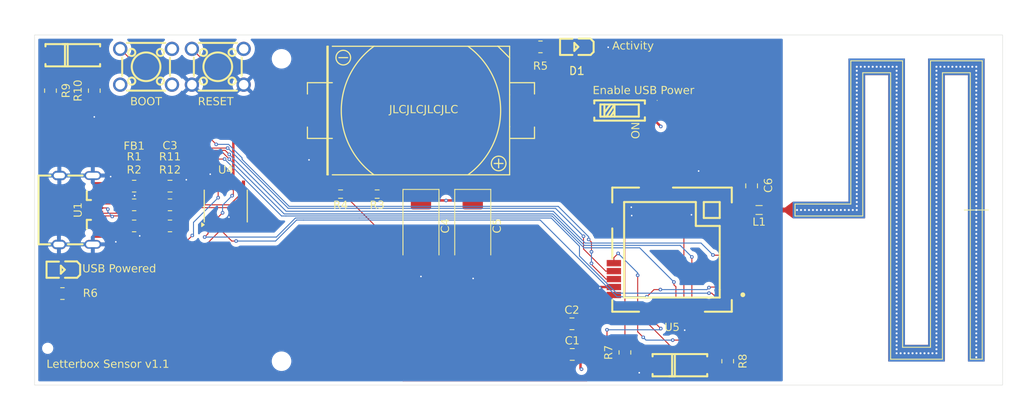
<source format=kicad_pcb>
(kicad_pcb (version 20240108) (generator "pcbnew") (generator_version "8.0")
  (layers (0 "F.Cu" signal) (1 "In1.Cu" signal) (2 "In2.Cu" signal) (31 "B.Cu" signal) (34 "B.Paste" user) (35 "F.Paste" user) (36 "B.SilkS" user "B.Silkscreen") (37 "F.SilkS" user "F.Silkscreen") (38 "B.Mask" user) (39 "F.Mask" user) (44 "Edge.Cuts" user))
  (net 0 "")
  (net 1 "+3V3")
  (net 2 "GND")
  (net 3 "FTDVCC")
  (net 4 "Net-(D1-A)")
  (net 5 "CBUS1")
  (net 6 "Net-(D2-A)")
  (net 7 "Net-(FB1-Pad1)")
  (net 8 "CC1")
  (net 9 "CC2")
  (net 10 "ADC3")
  (net 11 "GPIO5")
  (net 12 "3V3USB")
  (net 13 "GPIO3")
  (net 14 "Net-(U2-LED_A)")
  (net 15 "ADC4")
  (net 16 "Net-(U3-LED_A)")
  (net 17 "GPIO1")
  (net 18 "ADC2")
  (net 19 "Net-(U4-USBDM)")
  (net 20 "DN")
  (net 21 "DP")
  (net 22 "Net-(U4-USBDP)")
  (net 23 "BOOT")
  (net 24 "RESET")
  (net 27 "GPIO4")
  (net 28 "GPIO2")
  (net 33 "TX")
  (net 35 "RX")
  (net 36 "Net-(AE1-A)")
  (net 37 "ANT")
  (footprint "MountingHole:MountingHole_2.2mm_M2_ISO7380" (layer "F.Cu") (at 102 46)
    (property "Reference" "H1" (hide yes))
    (property "Value" "MountingHole")
  )
  (footprint "Resistor_SMD:R_0805_2012Metric_Pad1.20x1.40mm_HandSolder" (layer "F.Cu") (at 78.5 50 -90)
    (property "Reference" "R10")
    (property "Value" "1M")
  )
  (footprint "footprints:ToolingHole_JLCSMT" (layer "F.Cu") (at 190.73 44.2)
    (property "Reference" "H5" (hide yes))
    (property "Value" "ToolingHole")
  )
  (footprint "footprints:ToolingHole_JLCSMT" (layer "F.Cu") (at 72.65 82.38)
    (property "Reference" "H6" (hide yes))
    (property "Value" "ToolingHole")
  )
  (footprint "Resistor_SMD:R_0805_2012Metric_Pad1.20x1.40mm_HandSolder" (layer "F.Cu") (at 88 67)
    (property "Reference" "R12")
    (property "Value" "22")
  )
  (footprint "Resistor_SMD:R_0805_2012Metric_Pad1.20x1.40mm_HandSolder" (layer "F.Cu") (at 134.5 44.5)
    (property "Reference" "R5")
    (property "Value" "220")
  )
  (footprint "Resistor_SMD:R_0805_2012Metric_Pad1.20x1.40mm_HandSolder" (layer "F.Cu") (at 73 50 90)
    (property "Reference" "R9")
    (property "Value" "33")
  )
  (footprint "Capacitor_SMD:C_0805_2012Metric_Pad1.18x1.45mm_HandSolder" (layer "F.Cu") (at 138.4875 83.15)
    (property "Reference" "C1")
    (property "Value" "100n")
  )
  (footprint "Capacitor_SMD:C_0805_2012Metric_Pad1.18x1.45mm_HandSolder" (layer "F.Cu") (at 88 62 180)
    (property "Reference" "C3")
    (property "Value" "100n")
  )
  (footprint "Capacitor_Tantalum_SMD:CP_EIA-7343-43_Kemet-X_Pad2.25x2.55mm_HandSolder" (layer "F.Cu") (at 119.5 67 -90)
    (property "Reference" "C4")
    (property "Value" "470u")
  )
  (footprint "footprints:USB-C-SMD_TYPE-C-USB-17" (layer "F.Cu") (at 76.5115 65 -90)
    (property "Reference" "U1")
    (property "Value" "USB_UPLINK")
  )
  (footprint "footprints:SW-TH_4P-L6.0-W6.0-P4.50-LS6.5" (layer "F.Cu") (at 94 47)
    (property "Reference" "SW2" (hide yes))
    (property "Value" "Reset")
  )
  (footprint "Resistor_SMD:R_0603_1608Metric_Pad0.98x0.95mm_HandSolder" (layer "F.Cu") (at 114 63 180)
    (property "Reference" "R3")
    (property "Value" "10M")
  )
  (footprint "Resistor_SMD:R_0805_2012Metric_Pad1.20x1.40mm_HandSolder" (layer "F.Cu") (at 83.5 64.35)
    (property "Reference" "R1")
    (property "Value" "5.1k")
  )
  (footprint "footprints:LED0805-R-RD" (layer "F.Cu") (at 138.949708 44.5 180)
    (property "Reference" "D1")
    (property "Value" "Activity")
  )
  (footprint "MountingHole:MountingHole_2.2mm_M2_ISO7380" (layer "F.Cu") (at 168 46)
    (property "Reference" "H3" (hide yes))
    (property "Value" "MountingHole")
  )
  (footprint "footprints:BAT-TH_CR2032-BS-6-1" (layer "F.Cu") (at 119.5 52.5)
    (property "Reference" "BT1" (hide yes))
    (property "Value" "Battery_Cell")
  )
  (footprint "Capacitor_Tantalum_SMD:CP_EIA-7343-43_Kemet-X_Pad2.25x2.55mm_HandSolder" (layer "F.Cu") (at 126 67 -90)
    (property "Reference" "C5")
    (property "Value" "470u")
  )
  (footprint "footprints:WIRELM-SMD_32P-L15.5-W15.0-P1.00" (layer "F.Cu") (at 151 70 180)
    (property "Reference" "U5")
    (property "Value" "RAK3172-9-SM-NI")
  )
  (footprint "Capacitor_SMD:C_0805_2012Metric_Pad1.18x1.45mm_HandSolder" (layer "F.Cu") (at 161 61.9625 90)
    (property "Reference" "C6")
    (property "Value" "2.7pF")
  )
  (footprint "Resistor_SMD:R_0603_1608Metric_Pad0.98x0.95mm_HandSolder" (layer "F.Cu") (at 109.4125 63 180)
    (property "Reference" "R4")
    (property "Value" "10M")
  )
  (footprint "footprints:TI-DN024-SL" (layer "F.Cu") (at 179.2 65 -90)
    (property "Reference" "AE1")
    (property "Value" "Antenna")
  )
  (footprint "Capacitor_SMD:C_0805_2012Metric_Pad1.18x1.45mm_HandSolder" (layer "F.Cu") (at 138.45 79.3)
    (property "Reference" "C2")
    (property "Value" "10u")
  )
  (footprint "footprints:OPTO-SMD_HSDL-9100-024" (layer "F.Cu") (at 152 84.5)
    (property "Reference" "U2" (hide yes))
    (property "Value" "HSDL-9100-024")
  )
  (footprint "footprints:SW-SMD_DSIC01LSGET" (layer "F.Cu") (at 144.5 52.5 -90)
    (property "Reference" "SW3" (hide yes))
    (property "Value" "USB_Power")
  )
  (footprint "Inductor_SMD:L_0805_2012Metric" (layer "F.Cu") (at 161.9375 65 180)
    (property "Reference" "L1")
    (property "Value" "1.8nH")
  )
  (footprint "footprints:SW-TH_4P-L6.0-W6.0-P4.50-LS6.5" (layer "F.Cu") (at 85 47)
    (property "Reference" "SW1" (hide yes))
    (property "Value" "Boot")
  )
  (footprint "MountingHole:MountingHole_2.2mm_M2_ISO7380" (layer "F.Cu") (at 102 84)
    (property "Reference" "H2" (hide yes))
    (property "Value" "MountingHole")
  )
  (footprint "Resistor_SMD:R_0805_2012Metric_Pad1.20x1.40mm_HandSolder" (layer "F.Cu") (at 158 84 90)
    (property "Reference" "R8")
    (property "Value" "1M")
  )
  (footprint "Resistor_SMD:R_0805_2012Metric_Pad1.20x1.40mm_HandSolder" (layer "F.Cu") (at 83.5 62)
    (property "Reference" "FB1")
    (property "Value" "FerriteBead")
  )
  (footprint "footprints:LED0805-R-RD" (layer "F.Cu") (at 74.5 72.5 180)
    (property "Reference" "D2" (hide yes))
    (property "Value" "USB Power")
  )
  (footprint "MountingHole:MountingHole_2.2mm_M2_ISO7380" (layer "F.Cu") (at 168 84)
    (property "Reference" "H4" (hide yes))
    (property "Value" "MountingHole")
  )
  (footprint "Resistor_SMD:R_0805_2012Metric_Pad1.20x1.40mm_HandSolder" (layer "F.Cu") (at 88 64.35)
    (property "Reference" "R11")
    (property "Value" "22")
  )
  (footprint "Resistor_SMD:R_0805_2012Metric_Pad1.20x1.40mm_HandSolder" (layer "F.Cu") (at 74.5 75.5 180)
    (property "Reference" "R6")
    (property "Value" "220")
  )
  (footprint "Resistor_SMD:R_0805_2012Metric_Pad1.20x1.40mm_HandSolder" (layer "F.Cu") (at 145.1 82.9 -90)
    (property "Reference" "R7")
    (property "Value" "33")
  )
  (footprint "Package_SO:SSOP-16_3.9x4.9mm_P0.635mm" (layer "F.Cu") (at 95 64.5 90)
    (property "Reference" "U4")
    (property "Value" "FT230XS")
  )
  (footprint "Resistor_SMD:R_0805_2012Metric_Pad1.20x1.40mm_HandSolder" (layer "F.Cu") (at 83.5 67)
    (property "Reference" "R2")
    (property "Value" "5.1k")
  )
  (footprint "footprints:OPTO-SMD_HSDL-9100-024" (layer "F.Cu") (at 75.799975 45.550038)
    (property "Reference" "U3" (hide yes))
    (property "Value" "HSDL-9100-024")
  )
  (gr_rect (start 163.05 64.8) (end 165 65.2) (stroke (width 0.2)) (fill solid) (layer "F.Cu") (net 36))
  (gr_rect (start 71 43) (end 192.5 87) (stroke (width 0.05)) (fill none) (layer "Edge.Cuts"))
  (gr_text "JLCJLCJLCJLC" (at 115.5 53 0) (layer "F.SilkS") (effects (font (size 1 1)) (justify left bottom)))
  (gr_text "USB Powered" (at 77 73 0) (layer "F.SilkS") (effects (font (size 1 1) (thickness 0.125)) (justify left bottom)))
  (gr_text "Letterbox Sensor v1.1" (at 72.5 85 0) (layer "F.SilkS") (effects (font (size 1 1)) (justify left bottom)))
  (gr_text "Activity" (at 143.5 45 0) (layer "F.SilkS") (effects (font (size 1 1)) (justify left bottom)))
  (gr_text "Enable USB Power" (at 141.05 50.6 0) (layer "F.SilkS") (effects (font (size 1 1)) (justify left bottom)))
  (gr_text "BOOT" (at 83 52 0) (layer "F.SilkS") (effects (font (size 1 1)) (justify left bottom)))
  (gr_text "RESET" (at 91.5 52 0) (layer "F.SilkS") (effects (font (size 1 1)) (justify left bottom)))
  (segment (start 139.525 79.3375) (end 139.4875 79.3) (width 0.3) (layer "F.Cu") (net 1))
  (segment (start 126 60.385065) (end 133.885065 52.5) (width 0.3) (layer "F.Cu") (net 1))
  (segment (start 148.875032 52.5) (end 148.875032 53.775032) (width 0.3) (layer "F.Cu") (net 1))
  (segment (start 139.525 83.15) (end 139.525 84.875) (width 0.3) (layer "F.Cu") (net 1))
  (segment (start 139.525 84.875) (end 139.65 85) (width 0.3) (layer "F.Cu") (net 1))
  (segment (start 118.7 63) (end 119.5 63.8) (width 0.3) (layer "F.Cu") (net 1))
  (segment (start 139.525 83.15) (end 139.525 79.3375) (width 0.3) (layer "F.Cu") (net 1))
  (segment (start 114.9125 63) (end 118.7 63) (width 0.3) (layer "F.Cu") (net 1))
  (segment (start 140.092557 79.3) (end 143.712598 75.679959) (width 0.3) (layer "F.Cu") (net 1))
  (segment (start 139.4875 79.3) (end 140.092557 79.3) (width 0.3) (layer "F.Cu") (net 1))
  (segment (start 126 63.8) (end 126 60.385065) (width 0.3) (layer "F.Cu") (net 1))
  (segment (start 119.5 63.8) (end 126 63.8) (width 0.3) (layer "F.Cu") (net 1))
  (segment (start 148.875032 53.775032) (end 149.6 54.5) (width 0.3) (layer "F.Cu") (net 1))
  (via (at 139.65 85) (size 0.45) (drill 0.2) (layers "F.Cu" "B.Cu") (net 1))
  (via (at 122.65 63.8) (size 0.45) (drill 0.2) (layers "F.Cu" "B.Cu") (net 1))
  (via (at 149.6 54.5) (size 0.45) (drill 0.2) (layers "F.Cu" "B.Cu") (net 1))
  (segment (start 80.390881 68.190881) (end 81.2 69) (width 0.3) (layer "F.Cu") (net 2))
  (segment (start 131.75 79.3) (end 126.05 73.6) (width 0.3) (layer "F.Cu") (net 2))
  (segment (start 78.963037 61.791085) (end 79.558915 61.791085) (width 0.3) (layer "F.Cu") (net 2))
  (segment (start 84.5 67) (end 84.5 67.95) (width 0.3) (layer "F.Cu") (net 2))
  (segment (start 108.5 61.75) (end 105.45 58.7) (width 0.3) (layer "F.Cu") (net 2))
  (segment (start 147.300216 85.049784) (end 146.9 85.45) (width 0.3) (layer "F.Cu") (net 2))
  (segment (start 78.963037 68.190881) (end 80.390881 68.190881) (width 0.3) (layer "F.Cu") (net 2))
  (segment (start 89.25 62) (end 90.05 61.2) (width 0.3) (layer "F.Cu") (net 2))
  (segment (start 150.5 78.422707) (end 152.177293 80.1) (width 0.3) (layer "F.Cu") (net 2))
  (segment (start 155.5 83) (end 152.6 80.1) (width 0.3) (layer "F.Cu") (net 2))
  (segment (start 143.712598 74.679959) (end 142.070041 74.679959) (width 0.3) (layer "F.Cu") (net 2))
  (segment (start 73.599822 46.099822) (end 78.5 51) (width 0.3) (layer "F.Cu") (net 2))
  (segment (start 143.712344 65.679451) (end 145.929451 65.679451) (width 0.3) (layer "F.Cu") (net 2))
  (segment (start 142.070041 74.679959) (end 141.95 74.8) (width 0.3) (layer "F.Cu") (net 2))
  (segment (start 94.6825 61.9) (end 94.6825 61.181) (width 0.3) (layer "F.Cu") (net 2))
  (segment (start 108.5 63) (end 108.5 61.75) (width 0.3) (layer "F.Cu") (net 2))
  (segment (start 84.5 64.15) (end 83.55 63.2) (width 0.3) (layer "F.Cu") (net 2))
  (segment (start 137.45 79.3375) (end 137.4125 79.3) (width 0.3) (layer "F.Cu") (net 2))
  (segment (start 153.529959 65.679959) (end 153.45 65.6) (width 0.3) (layer "F.Cu") (net 2))
  (segment (start 142.95 44.5) (end 143 44.55) (width 0.3) (layer "F.Cu") (net 2))
  (segment (start 137.4125 79.3) (end 137.45 79.3) (width 0.3) (layer "F.Cu") (net 2))
  (segment (start 94.0015 60.5) (end 93.05 60.5) (width 0.3) (layer "F.Cu") (net 2))
  (segment (start 95.3175 67.1) (end 95.3175 65.9825) (width 0.3) (layer "F.Cu") (net 2))
  (segment (start 89.0375 62) (end 89.25 62) (width 0.3) (layer "F.Cu") (net 2))
  (segment (start 84.5 67.95) (end 84.2 68.25) (width 0.3) (layer "F.Cu") (net 2))
  (segment (start 105.114935 52.5) (end 105.114935 58.364935) (width 0.3) (layer "F.Cu") (net 2))
  (segment (start 137.4125 79.3) (end 131.75 79.3) (width 0.3) (layer "F.Cu") (net 2))
  (segment (start 126 73.55) (end 126.05 73.6) (width 0.3) (layer "F.Cu") (net 2))
  (segment (start 158.287656 65.679959) (end 153.529959 65.679959) (width 0.3) (layer "F.Cu") (net 2))
  (segment (start 140 44.5) (end 142.95 44.5) (width 0.3) (layer "F.Cu") (net 2))
  (segment (start 158 83) (end 155.5 83) (width 0.3) (layer "F.Cu") (net 2))
  (segment (start 84.5 64.35) (end 84.5 64.15) (width 0.3) (layer "F.Cu") (net 2))
  (segment (start 78.5 51) (end 78.5 53.3) (width 0.3) (layer "F.Cu") (net 2))
  (segment (start 95.3175 65.9825) (end 95.4 65.9) (width 0.3) (layer "F.Cu") (net 2))
  (segment (start 149.299975 85.049784) (end 147.300216 85.049784) (width 0.3) (layer "F.Cu") (net 2))
  (segment (start 155.175 60.925) (end 154.35 60.1) (width 0.3) (layer "F.Cu") (net 2))
  (segment (start 150.5 77.568707) (end 150.5 78.422707) (width 0.3) (layer "F.Cu") (net 2))
  (segment (start 94.6825 61.181) (end 94.0015 60.5) (width 0.3) (layer "F.Cu") (net 2))
  (segment (start 119.5 70.2) (end 126 70.2) (width 0.3) (layer "F.Cu") (net 2))
  (segment (start 145.929451 65.679451) (end 145.95 65.7) (width 0.3) (layer "F.Cu") (net 2))
  (segment (start 161 60.925) (end 155.175 60.925) (width 0.3) (layer "F.Cu") (net 2))
  (segment (start 73.09995 46.099822) (end 73.599822 46.099822) (width 0.3) (layer "F.Cu") (net 2))
  (segment (start 152.177293 80.1) (end 152.6 80.1) (width 0.3) (layer "F.Cu") (net 2))
  (segment (start 126 70.2) (end 126 73.55) (width 0.3) (layer "F.Cu") (net 2))
  (segment (start 143.712598 64.679959) (end 145.870041 64.679959) (width 0.3) (layer "F.Cu") (net 2))
  (segment (start 105.114935 58.364935) (end 105.45 58.7) (width 0.3) (layer "F.Cu") (net 2))
  (segment (start 119.5 70.2) (end 119.5 73.35) (width 0.3) (layer "F.Cu") (net 2))
  (segment (start 137.45 79.3) (end 141.95 74.8) (width 0.3) (layer "F.Cu") (net 2))
  (segment (start 137.45 83.15) (end 137.45 79.3375) (width 0.3) (layer "F.Cu") (net 2))
  (segment (start 145.870041 64.679959) (end 145.9 64.65) (width 0.3) (layer "F.Cu") (net 2))
  (segment (start 79.558915 61.791085) (end 80.55 60.8) (width 0.3) (layer "F.Cu") (net 2))
  (via (at 84.2 68.25) (size 0.45) (drill 0.2) (layers "F.Cu" "B.Cu") (net 2))
  (via (at 80.55 60.8) (size 0.45) (drill 0.2) (layers "F.Cu" "B.Cu") (net 2))
  (via (at 81.2 69) (size 0.45) (drill 0.2) (layers "F.Cu" "B.Cu") (net 2))
  (via (at 105.45 58.7) (size 0.45) (drill 0.2) (layers "F.Cu" "B.Cu") (net 2))
  (via (at 126.05 73.6) (size 0.45) (drill 0.2) (layers "F.Cu" "B.Cu") (net 2))
  (via (at 78.5 53.3) (size 0.45) (drill 0.2) (layers "F.Cu" "B.Cu") (net 2))
  (via (at 143 44.55) (size 0.45) (drill 0.2) (layers "F.Cu" "B.Cu") (net 2))
  (via (at 119.5 73.35) (size 0.45) (drill 0.2) (layers "F.Cu" "B.Cu") (net 2))
  (via (at 90.05 61.2) (size 0.45) (drill 0.2) (layers "F.Cu" "B.Cu") (net 2))
  (via (at 145.95 65.7) (size 0.45) (drill 0.2) (layers "F.Cu" "B.Cu") (net 2))
  (via (at 141.95 74.8) (size 0.45) (drill 0.2) (layers "F.Cu" "B.Cu") (net 2))
  (via (at 93.05 60.5) (size 0.45) (drill 0.2) (layers "F.Cu" "B.Cu") (net 2))
  (via (at 146.9 85.45) (size 0.45) (drill 0.2) (layers "F.Cu" "B.Cu") (net 2))
  (via (at 83.55 63.2) (size 0.45) (drill 0.2) (layers "F.Cu" "B.Cu") (net 2))
  (via (at 153.45 65.6) (size 0.45) (drill 0.2) (layers "F.Cu" "B.Cu") (net 2))
  (via (at 152.6 80.1) (size 0.45) (drill 0.2) (layers "F.Cu" "B.Cu") (net 2))
  (via (at 145.9 64.65) (size 0.45) (drill 0.2) (layers "F.Cu" "B.Cu") (net 2))
  (via (at 154.35 60.1) (size 0.45) (drill 0.2) (layers "F.Cu" "B.Cu") (net 2))
  (via (at 95.4 65.9) (size 0.45) (drill 0.2) (layers "F.Cu" "B.Cu") (net 2))
  (segment (start 89.3625 59.6) (end 93.9175 59.6) (width 0.3) (layer "F.Cu") (net 3))
  (segment (start 86.9625 62) (end 89.3625 59.6) (width 0.3) (layer "F.Cu") (net 3))
  (segment (start 93.9175 59.6) (end 95.3175 61) (width 0.3) (layer "F.Cu") (net 3))
  (segment (start 95.3175 61) (end 95.3175 61.9) (width 0.3) (layer "F.Cu") (net 3))
  (segment (start 84.5 62) (end 86.9625 62) (width 0.3) (layer "F.Cu") (net 3))
  (segment (start 135.5 44.5) (end 137.899416 44.5) (width 0.127) (layer "F.Cu") (net 4))
  (segment (start 94.05 63.45) (end 94.0475 63.4475) (width 0.127) (layer "F.Cu") (net 5))
  (segment (start 75.550292 72.5) (end 86.5 72.5) (width 0.127) (layer "F.Cu") (net 5))
  (segment (start 86.5 72.5) (end 90.8 68.2) (width 0.127) (layer "F.Cu") (net 5))
  (segment (start 94.0475 63.4475) (end 94.0475 61.9) (width 0.127) (layer "F.Cu") (net 5))
  (via (at 94.05 63.45) (size 0.45) (drill 0.2) (layers "F.Cu" "B.Cu") (net 5))
  (via (at 90.8 68.2) (size 0.45) (drill 0.2) (layers "F.Cu" "B.Cu") (net 5))
  (segment (start 90.8 68.2) (end 90.95 68.05) (width 0.127) (layer "B.Cu") (net 5))
  (segment (start 90.95 68.05) (end 90.95 66.55) (width 0.127) (layer "B.Cu") (net 5))
  (segment (start 90.95 66.55) (end 94.05 63.45) (width 0.127) (layer "B.Cu") (net 5))
  (segment (start 73.5 75.5) (end 73.5 72.550292) (width 0.127) (layer "F.Cu") (net 6))
  (segment (start 73.5 72.550292) (end 73.449708 72.5) (width 0.127) (layer "F.Cu") (net 6))
  (segment (start 78.036037 62.814935) (end 78.26004 62.590932) (width 0.3) (layer "F.Cu") (net 7))
  (segment (start 78.036037 67.168046) (end 78.036037 62.814935) (width 0.3) (layer "F.Cu") (net 7))
  (segment (start 78.963037 62.590932) (end 81.909068 62.590932) (width 0.3) (layer "F.Cu") (net 7))
  (segment (start 78.963291 67.391034) (end 78.259025 67.391034) (width 0.3) (layer "F.Cu") (net 7))
  (segment (start 78.26004 62.590932) (end 78.963037 62.590932) (width 0.3) (layer "F.Cu") (net 7))
  (segment (start 81.909068 62.590932) (end 82.5 62) (width 0.3) (layer "F.Cu") (net 7))
  (segment (start 78.259025 67.391034) (end 78.036037 67.168046) (width 0.3) (layer "F.Cu") (net 7))
  (segment (start 81.741046 63.741046) (end 82.35 64.35) (width 0.127) (layer "F.Cu") (net 8))
  (segment (start 78.963037 63.741046) (end 81.741046 63.741046) (width 0.127) (layer "F.Cu") (net 8))
  (segment (start 82.35 64.35) (end 82.5 64.35) (width 0.127) (layer "F.Cu") (net 8))
  (segment (start 78.963037 66.741046) (end 82.241046 66.741046) (width 0.127) (layer "F.Cu") (net 9))
  (segment (start 82.241046 66.741046) (end 82.5 67) (width 0.127) (layer "F.Cu") (net 9))
  (segment (start 115.2 68.429888) (end 115.2 84.4) (width 0.127) (layer "F.Cu") (net 10))
  (segment (start 110.325 63) (end 110.325 63.554888) (width 0.127) (layer "F.Cu") (net 10))
  (segment (start 149.6 79.9) (end 148.5 78.8) (width 0.127) (layer "F.Cu") (net 10))
  (segment (start 110.325 63) (end 113.0875 63) (width 0.127) (layer "F.Cu") (net 10))
  (segment (start 110.325 63.554888) (end 115.2 68.429888) (width 0.127) (layer "F.Cu") (net 10))
  (segment (start 148.5 78.8) (end 148.5 77.568707) (width 0.127) (layer "F.Cu") (net 10))
  (segment (start 115.2 84.4) (end 117.2665 86.4665) (width 0.127) (layer "F.Cu") (net 10))
  (segment (start 142.85 83.9165) (end 142.85 80.05) (width 0.127) (layer "F.Cu") (net 10))
  (segment (start 140.3 86.4665) (end 142.85 83.9165) (width 0.127) (layer "F.Cu") (net 10))
  (segment (start 117.2665 86.4665) (end 140.3 86.4665) (width 0.127) (layer "F.Cu") (net 10))
  (via (at 149.6 79.9) (size 0.45) (drill 0.2) (layers "F.Cu" "B.Cu") (net 10))
  (via (at 142.85 80.05) (size 0.45) (drill 0.2) (layers "F.Cu" "B.Cu") (net 10))
  (segment (start 149.45 80.05) (end 149.6 79.9) (width 0.127) (layer "B.Cu") (net 10))
  (segment (start 142.85 80.05) (end 149.45 80.05) (width 0.127) (layer "B.Cu") (net 10))
  (segment (start 152.5 77.568707) (end 152.5 49.35) (width 0.127) (layer "F.Cu") (net 11))
  (segment (start 152.5 49.35) (end 149.3 46.15) (width 0.127) (layer "F.Cu") (net 11))
  (segment (start 149.3 46.15) (end 135.15 46.15) (width 0.127) (layer "F.Cu") (net 11))
  (segment (start 135.15 46.15) (end 133.5 44.5) (width 0.127) (layer "F.Cu") (net 11))
  (segment (start 75.5 75.5) (end 86.3745 75.5) (width 0.127) (layer "F.Cu") (net 12))
  (segment (start 100.9 48.8) (end 95.9525 53.7475) (width 0.3) (layer "F.Cu") (net 12))
  (segment (start 86.3745 75.5) (end 94.0475 67.827) (width 0.127) (layer "F.Cu") (net 12))
  (segment (start 106.85 46.45) (end 104.5 48.8) (width 0.3) (layer "F.Cu") (net 12))
  (segment (start 95.9525 63.0475) (end 95.9525 61.9) (width 0.127) (layer "F.Cu") (net 12))
  (segment (start 95.9525 53.7475) (end 95.9525 61.9) (width 0.3) (layer "F.Cu") (net 12))
  (segment (start 96.5875 61.9) (end 95.9525 61.9) (width 0.3) (layer "F.Cu") (net 12))
  (segment (start 140.124968 52.5) (end 134.074968 46.45) (width 0.3) (layer "F.Cu") (net 12))
  (segment (start 94.0475 65.9025) (end 94.6 65.35) (width 0.127) (layer "F.Cu") (net 12))
  (segment (start 95.8 63.2) (end 95.9525 63.0475) (width 0.127) (layer "F.Cu") (net 12))
  (segment (start 134.074968 46.45) (end 106.85 46.45) (width 0.3) (layer "F.Cu") (net 12))
  (segment (start 94.0475 67.1) (end 94.0475 65.9025) (width 0.127) (layer "F.Cu") (net 12))
  (segment (start 94.0475 67.827) (end 94.0475 67.1) (width 0.127) (layer "F.Cu") (net 12))
  (segment (start 104.5 48.8) (end 100.9 48.8) (width 0.3) (layer "F.Cu") (net 12))
  (via (at 94.6 65.35) (size 0.45) (drill 0.2) (layers "F.Cu" "B.Cu") (net 12))
  (via (at 95.8 63.2) (size 0.45) (drill 0.2) (layers "F.Cu" "B.Cu") (net 12))
  (segment (start 94.6 64.4) (end 95.8 63.2) (width 0.127) (layer "B.Cu") (net 12))
  (segment (start 94.6 65.35) (end 94.6 64.4) (width 0.127) (layer "B.Cu") (net 12))
  (segment (start 145.1 81.9) (end 145.1 68.067361) (width 0.127) (layer "F.Cu") (net 13))
  (segment (start 145.1 68.067361) (end 143.712598 66.679959) (width 0.127) (layer "F.Cu") (net 13))
  (segment (start 145.1 83.9) (end 149.250013 83.9) (width 0.127) (layer "F.Cu") (net 14))
  (segment (start 149.250013 83.9) (end 149.299975 83.949962) (width 0.127) (layer "F.Cu") (net 14))
  (segment (start 147.5 78.775007) (end 147.5 77.568707) (width 0.127) (layer "F.Cu") (net 15))
  (segment (start 153.775031 85.050038) (end 147.5 78.775007) (width 0.127) (layer "F.Cu") (net 15))
  (segment (start 154.700025 85.050038) (end 153.775031 85.050038) (width 0.127) (layer "F.Cu") (net 15))
  (segment (start 154.700025 85.050038) (end 157.949962 85.050038) (width 0.127) (layer "F.Cu") (net 15))
  (segment (start 157.949962 85.050038) (end 158 85) (width 0.127) (layer "F.Cu") (net 15))
  (segment (start 71.72295 45) (end 71.65945 45.0635) (width 0.127) (layer "F.Cu") (net 16))
  (segment (start 71.65945 45.0635) (end 71.65945 47.65945) (width 0.127) (layer "F.Cu") (net 16))
  (segment (start 73.09995 45) (end 71.72295 45) (width 0.127) (layer "F.Cu") (net 16))
  (segment (start 71.65945 47.65945) (end 73 49) (width 0.127) (layer "F.Cu") (net 16))
  (segment (start 151.5 74.65) (end 151.5 77.568707) (width 0.127) (layer "F.Cu") (net 17))
  (segment (start 151.25 74.05) (end 151.25 74.4) (width 0.127) (layer "F.Cu") (net 17))
  (segment (start 73 51) (end 80.6 58.6) (width 0.127) (layer "F.Cu") (net 17))
  (segment (start 151.25 74.4) (end 151.5 74.65) (width 0.127) (layer "F.Cu") (net 17))
  (segment (start 80.6 58.6) (end 94.85 58.6) (width 0.127) (layer "F.Cu") (net 17))
  (via (at 94.85 58.6) (size 0.45) (drill 0.2) (layers "F.Cu" "B.Cu") (net 17))
  (via (at 151.25 74.05) (size 0.45) (drill 0.2) (layers "F.Cu" "B.Cu") (net 17))
  (segment (start 102.55 65.75) (end 135.95 65.75) (width 0.127) (layer "B.Cu") (net 17))
  (segment (start 102 65.75) (end 102.55 65.75) (width 0.127) (layer "B.Cu") (net 17))
  (segment (start 146.95 69.75) (end 151.25 74.05) (width 0.127) (layer "B.Cu") (net 17))
  (segment (start 139.95 69.75) (end 146.95 69.75) (width 0.127) (layer "B.Cu") (net 17))
  (segment (start 135.95 65.75) (end 139.95 69.75) (width 0.127) (layer "B.Cu") (net 17))
  (segment (start 94.85 58.6) (end 102 65.75) (width 0.127) (layer "B.Cu") (net 17))
  (segment (start 94.587606 57.75) (end 87.25 57.75) (width 0.127) (layer "F.Cu") (net 18))
  (segment (start 78.5 46.100076) (end 78.5 49) (width 0.127) (layer "F.Cu") (net 18))
  (segment (start 95.450501 58.612895) (end 94.587606 57.75) (width 0.127) (layer "F.Cu") (net 18))
  (segment (start 153.5 70.9) (end 153.5 77.568707) (width 0.127) (layer "F.Cu") (net 18))
  (segment (start 87.25 57.75) (end 78.5 49) (width 0.127) (layer "F.Cu") (net 18))
  (via (at 153.5 70.9) (size 0.45) (drill 0.2) (layers "F.Cu" "B.Cu") (net 18))
  (via (at 95.450501 58.612895) (size 0.45) (drill 0.2) (layers "F.Cu" "B.Cu") (net 18))
  (segment (start 136.05521 65.496) (end 140.004605 69.445395) (width 0.127) (layer "B.Cu") (net 18))
  (segment (start 152.045395 69.445395) (end 153.5 70.9) (width 0.127) (layer "B.Cu") (net 18))
  (segment (start 95.450501 58.612895) (end 102.333606 65.496) (width 0.127) (layer "B.Cu") (net 18))
  (segment (start 102.333606 65.496) (end 136.05521 65.496) (width 0.127) (layer "B.Cu") (net 18))
  (segment (start 140.004605 69.445395) (end 152.045395 69.445395) (width 0.127) (layer "B.Cu") (net 18))
  (segment (start 97.2225 62.627) (end 97.2225 61.9) (width 0.127) (layer "F.Cu") (net 19))
  (segment (start 95.4995 64.35) (end 97.2225 62.627) (width 0.127) (layer "F.Cu") (net 19))
  (segment (start 89 64.35) (end 95.4995 64.35) (width 0.127) (layer "F.Cu") (net 19))
  (segment (start 81.4 65.400546) (end 86.099454 65.400546) (width 0.127) (layer "F.Cu") (net 20))
  (segment (start 81.25 64.4) (end 81.25 65.250546) (width 0.127) (layer "F.Cu") (net 20))
  (segment (start 79.122664 65.400546) (end 81.4 65.400546) (width 0.127) (layer "F.Cu") (net 20))
  (segment (start 81.090919 64.240919) (end 81.25 64.4) (width 0.127) (layer "F.Cu") (net 20))
  (segment (start 86.099454 65.400546) (end 87 64.5) (width 0.127) (layer "F.Cu") (net 20))
  (segment (start 78.963037 64.240919) (end 81.090919 64.240919) (width 0.127) (layer "F.Cu") (net 20))
  (segment (start 78.963037 65.240919) (end 79.122664 65.400546) (width 0.127) (layer "F.Cu") (net 20))
  (segment (start 81.25 65.250546) (end 81.4 65.400546) (width 0.127) (layer "F.Cu") (net 20))
  (segment (start 85.741046 65.741046) (end 87 67) (width 0.127) (layer "F.Cu") (net 21))
  (segment (start 80.041046 64.741046) (end 80.2 64.9) (width 0.127) (layer "F.Cu") (net 21))
  (segment (start 78.963037 64.741046) (end 80.041046 64.741046) (width 0.127) (layer "F.Cu") (net 21))
  (segment (start 78.963037 65.741046) (end 85.741046 65.741046) (width 0.127) (layer "F.Cu") (net 21))
  (via (at 80.2 64.9) (size 0.45) (drill 0.2) (layers "F.Cu" "B.Cu") (net 21))
  (via (at 80.75 65.816046) (size 0.45) (drill 0.2) (layers "F.Cu" "B.Cu") (net 21))
  (segment (start 80.2 65.266046) (end 80.75 65.816046) (width 0.127) (layer "B.Cu") (net 21))
  (segment (start 80.2 64.9) (end 80.2 65.266046) (width 0.127) (layer "B.Cu") (net 21))
  (segment (start 91.3 64.7) (end 95.4 64.7) (width 0.127) (layer "F.Cu") (net 22))
  (segment (start 95.4 64.7) (end 97.2225 66.5225) (width 0.127) (layer "F.Cu") (net 22))
  (segment (start 89 67) (end 91.3 64.7) (width 0.127) (layer "F.Cu") (net 22))
  (segment (start 97.2225 66.5225) (end 97.2225 67.1) (width 0.127) (layer "F.Cu") (net 22))
  (segment (start 83.40921 46.40921) (end 83.40921 53.19079) (width 0.127) (layer "F.Cu") (net 23))
  (segment (start 139.9 69.894361) (end 142.685598 72.679959) (width 0.127) (layer "F.Cu") (net 23))
  (segment (start 142.685598 72.679959) (end 143.712598 72.679959) (width 0.127) (layer "F.Cu") (net 23))
  (segment (start 139.9 68.3) (end 139.9 69.894361) (width 0.127) (layer "F.Cu") (net 23))
  (segment (start 81.750064 44.750064) (end 83.40921 46.40921) (width 0.127) (layer "F.Cu") (net 23))
  (segment (start 87.437011 57.218591) (end 95.231409 57.218591) (width 0.127) (layer "F.Cu") (net 23))
  (segment (start 83.40921 53.19079) (end 87.437011 57.218591) (width 0.127) (layer "F.Cu") (net 23))
  (via (at 139.9 68.3) (size 0.45) (drill 0.2) (layers "F.Cu" "B.Cu") (net 23))
  (via (at 95.231409 57.218591) (size 0.45) (drill 0.2) (layers "F.Cu" "B.Cu") (net 23))
  (segment (start 102.85 64.8) (end 95.268591 57.218591) (width 0.127) (layer "B.Cu") (net 23))
  (segment (start 95.268591 57.218591) (end 95.231409 57.218591) (width 0.127) (layer "B.Cu") (net 23))
  (segment (start 139.9 68.3) (end 136.4 64.8) (width 0.127) (layer "B.Cu") (net 23))
  (segment (start 136.4 64.8) (end 102.85 64.8) (width 0.127) (layer "B.Cu") (net 23))
  (segment (start 92.3 54.4) (end 92.3 55.25) (width 0.127) (layer "F.Cu") (net 24))
  (segment (start 140.9 71.85) (end 142.729959 73.679959) (width 0.127) (layer "F.Cu") (net 24))
  (segment (start 90.750064 44.750064) (end 92.3 46.3) (width 0.127) (layer "F.Cu") (net 24))
  (segment (start 142.729959 73.679959) (end 143.712598 73.679959) (width 0.127) (layer "F.Cu") (net 24))
  (segment (start 92.3 46.3) (end 92.3 54.4) (width 0.127) (layer "F.Cu") (net 24))
  (segment (start 140.9 69.05) (end 140.9 70.25) (width 0.127) (layer "F.Cu") (net 24))
  (segment (start 140.9 71.7) (end 140.9 71.85) (width 0.127) (layer "F.Cu") (net 24))
  (segment (start 92.3 55.25) (end 93.8 56.75) (width 0.127) (layer "F.Cu") (net 24))
  (segment (start 140.55 68.7) (end 140.9 69.05) (width 0.127) (layer "F.Cu") (net 24))
  (via (at 140.9 70.25) (size 0.45) (drill 0.2) (layers "F.Cu" "B.Cu") (net 24))
  (via (at 93.8 56.75) (size 0.45) (drill 0.2) (layers "F.Cu" "B.Cu") (net 24))
  (via (at 140.9 71.7) (size 0.45) (drill 0.2) (layers "F.Cu" "B.Cu") (net 24))
  (via (at 140.55 68.7) (size 0.45) (drill 0.2) (layers "F.Cu" "B.Cu") (net 24))
  (segment (start 97.05 58.64079) (end 97.05 58.449576) (width 0.127) (layer "B.Cu") (net 24))
  (segment (start 102.95521 64.546) (end 97.05 58.64079) (width 0.127) (layer "B.Cu") (net 24))
  (segment (start 140.9 70.25) (end 140.9 71.7) (width 0.127) (layer "B.Cu") (net 24))
  (segment (start 140.55 68.7) (end 140.55 68.362394) (width 0.127) (layer "B.Cu") (net 24))
  (segment (start 97.05 58.449576) (end 95.350424 56.75) (width 0.127) (layer "B.Cu") (net 24))
  (segment (start 140.55 68.362394) (end 136.733606 64.546) (width 0.127) (layer "B.Cu") (net 24))
  (segment (start 95.350424 56.75) (end 93.8 56.75) (width 0.127) (layer "B.Cu") (net 24))
  (segment (start 136.733606 64.546) (end 102.95521 64.546) (width 0.127) (layer "B.Cu") (net 24))
  (segment (start 143.712598 70.987402) (end 143.712598 71.679959) (width 0.127) (layer "F.Cu") (net 27))
  (segment (start 147.4 81) (end 146.7 80.3) (width 0.127) (layer "F.Cu") (net 27))
  (segment (start 154.700025 83.949962) (end 152.100063 81.35) (width 0.127) (layer "F.Cu") (net 27))
  (segment (start 152.100063 81.35) (end 151.1 81.35) (width 0.127) (layer "F.Cu") (net 27))
  (segment (start 146.7 80.3) (end 146.7 73.2) (width 0.127) (layer "F.Cu") (net 27))
  (segment (start 144.25 70.45) (end 143.712598 70.987402) (width 0.127) (layer "F.Cu") (net 27))
  (via (at 144.25 70.45) (size 0.45) (drill 0.2) (layers "F.Cu" "B.Cu") (net 27))
  (via (at 147.4 81) (size 0.45) (drill 0.2) (layers "F.Cu" "B.Cu") (net 27))
  (via (at 146.7 73.2) (size 0.45) (drill 0.2) (layers "F.Cu" "B.Cu") (net 27))
  (via (at 151.1 81.35) (size 0.45) (drill 0.2) (layers "F.Cu" "B.Cu") (net 27))
  (segment (start 147.75 81.35) (end 147.4 81) (width 0.127) (layer "B.Cu") (net 27))
  (segment (start 151.1 81.35) (end 147.75 81.35) (width 0.127) (layer "B.Cu") (net 27))
  (segment (start 146.7 73.2) (end 146.7 72.9) (width 0.127) (layer "B.Cu") (net 27))
  (segment (start 146.7 72.9) (end 144.25 70.45) (width 0.127) (layer "B.Cu") (net 27))
  (segment (start 156.179959 70.679959) (end 158.287656 70.679959) (width 0.127) (layer "F.Cu") (net 28))
  (segment (start 79.424994 45) (end 80.029605 45.604611) (width 0.127) (layer "F.Cu") (net 28))
  (segment (start 78.5 45) (end 79.424994 45) (width 0.127) (layer "F.Cu") (net 28))
  (segment (start 80.029605 50.170395) (end 87.35521 57.496) (width 0.127) (layer "F.Cu") (net 28))
  (segment (start 92.45 57.496) (end 94.921212 57.496) (width 0.127) (layer "F.Cu") (net 28))
  (segment (start 80.029605 45.604611) (end 80.029605 50.170395) (width 0.127) (layer "F.Cu") (net 28))
  (segment (start 94.921212 57.496) (end 95.437606 58.012394) (width 0.127) (layer "F.Cu") (net 28))
  (segment (start 156.15 70.65) (end 156.179959 70.679959) (width 0.127) (layer "F.Cu") (net 28))
  (segment (start 87.35521 57.496) (end 92.45 57.496) (width 0.127) (layer "F.Cu") (net 28))
  (via (at 156.15 70.65) (size 0.45) (drill 0.2) (layers "F.Cu" "B.Cu") (net 28))
  (via (at 95.437606 58.012394) (size 0.45) (drill 0.2) (layers "F.Cu" "B.Cu") (net 28))
  (segment (start 136.1 65.15) (end 140.1 69.15) (width 0.127) (layer "B.Cu") (net 28))
  (segment (start 106 65.15) (end 136.1 65.15) (width 0.127) (layer "B.Cu") (net 28))
  (segment (start 154.65 69.15) (end 156.15 70.65) (width 0.127) (layer "B.Cu") (net 28))
  (segment (start 102.575212 65.15) (end 106 65.15) (width 0.127) (layer "B.Cu") (net 28))
  (segment (start 140.1 69.15) (end 154.65 69.15) (width 0.127) (layer "B.Cu") (net 28))
  (segment (start 95.437606 58.012394) (end 102.575212 65.15) (width 0.127) (layer "B.Cu") (net 28))
  (segment (start 147.85 75.9) (end 148.75 75) (width 0.127) (layer "F.Cu") (net 33))
  (segment (start 95.7555 68.9) (end 96.3 68.9) (width 0.127) (layer "F.Cu") (net 33))
  (segment (start 148.75 75) (end 149.55 75) (width 0.127) (layer "F.Cu") (net 33))
  (segment (start 94.6825 67.1) (end 94.6825 67.827) (width 0.127) (layer "F.Cu") (net 33))
  (segment (start 155.65 74.75) (end 155.720041 74.679959) (width 0.127) (layer "F.Cu") (net 33))
  (segment (start 94.6825 67.827) (end 95.7555 68.9) (width 0.127) (layer "F.Cu") (net 33))
  (segment (start 155.720041 74.679959) (end 158.287656 74.679959) (width 0.127) (layer "F.Cu") (net 33))
  (via (at 147.85 75.9) (size 0.45) (drill 0.2) (layers "F.Cu" "B.Cu") (net 33))
  (via (at 96.3 68.9) (size 0.45) (drill 0.2) (layers "F.Cu" "B.Cu") (net 33))
  (via (at 149.55 75) (size 0.45) (drill 0.2) (layers "F.Cu" "B.Cu") (net 33))
  (via (at 155.65 74.75) (size 0.45) (drill 0.2) (layers "F.Cu" "B.Cu") (net 33))
  (segment (start 155.4 75) (end 155.65 74.75) (width 0.127) (layer "B.Cu") (net 33))
  (segment (start 101.25 68.9) (end 102.25 67.9) (width 0.127) (layer "B.Cu") (net 33))
  (segment (start 96.3 68.9) (end 101.25 68.9) (width 0.127) (layer "B.Cu") (net 33))
  (segment (start 149.55 75) (end 155.4 75) (width 0.127) (layer "B.Cu") (net 33))
  (segment (start 134.458 66.258) (end 141.8 73.6) (width 0.127) (layer "B.Cu") (net 33))
  (segment (start 104.75 66.258) (end 134.458 66.258) (width 0.127) (layer "B.Cu") (net 33))
  (segment (start 141.8 73.6) (end 144.1 75.9) (width 0.127) (layer "B.Cu") (net 33))
  (segment (start 102.25 67.9) (end 103.892 66.258) (width 0.127) (layer "B.Cu") (net 33))
  (segment (start 103.892 66.258) (end 104.75 66.258) (width 0.127) (layer "B.Cu") (net 33))
  (segment (start 144.1 75.9) (end 147.85 75.9) (width 0.127) (layer "B.Cu") (net 33))
  (segment (start 92.7775 67.9725) (end 92.35 68.4) (width 0.127) (layer "F.Cu") (net 35))
  (segment (start 155.65 75.45) (end 156 75.45) (width 0.127) (layer "F.Cu") (net 35))
  (segment (start 156.229959 75.679959) (end 158.287656 75.679959) (width 0.127) (layer "F.Cu") (net 35))
  (segment (start 92.7775 67.1) (end 92.7775 67.9725) (width 0.127) (layer "F.Cu") (net 35))
  (segment (start 156 75.45) (end 156.229959 75.679959) (width 0.127) (layer "F.Cu") (net 35))
  (via (at 155.65 75.45) (size 0.45) (drill 0.2) (layers "F.Cu" "B.Cu") (net 35))
  (via (at 92.35 68.4) (size 0.45) (drill 0.2) (layers "F.Cu" "B.Cu") (net 35))
  (segment (start 103.746 66.004) (end 111.75 66.004) (width 0.127) (layer "B.Cu") (net 35))
  (segment (start 139.395395 69.554605) (end 139.395395 70.783001) (width 0.127) (layer "B.Cu") (net 35))
  (segment (start 139.395395 70.783001) (end 144.062394 75.45) (width 0.127) (layer "B.Cu") (net 35))
  (segment (start 111.75 66.004) (end 135.84479 66.004) (width 0.127) (layer "B.Cu") (net 35))
  (segment (start 144.062394 75.45) (end 155.65 75.45) (width 0.127) (layer "B.Cu") (net 35))
  (segment (start 101.35 68.4) (end 103.7 66.05) (width 0.127) (layer "B.Cu") (net 35))
  (segment (start 92.35 68.4) (end 101.35 68.4) (width 0.127) (layer "B.Cu") (net 35))
  (segment (start 103.7 66.05) (end 103.746 66.004) (width 0.127) (layer "B.Cu") (net 35))
  (segment (start 135.84479 66.004) (end 139.395395 69.554605) (width 0.127) (layer "B.Cu") (net 35))
  (segment (start 158.287656 64.679959) (end 160.554959 64.679959) (width 0.5523) (layer "F.Cu") (net 37))
  (segment (start 160.554959 64.679959) (end 160.875 65) (width 0.5523) (layer "F.Cu") (net 37))
  (segment (start 160.875 63.125) (end 161 63) (width 0.5523) (layer "F.Cu") (net 37))
  (segment (start 160.875 65) (end 160.875 63.125) (width 0.5523) (layer "F.Cu") (net 37))
  (zone (net 2) (net_name "GND") (layers "In2.Cu" "B.Cu") (priority 1) (connect_pads (clearance 0.5)) (min_thickness 0.25) (fill yes (thermal_gap 0.5) (thermal_bridge_width 0.5))
    (polygon (pts (xy 71 43) (xy 71 87) (xy 164.91 87) (xy 164.91 43.03)))
  )
)
</source>
